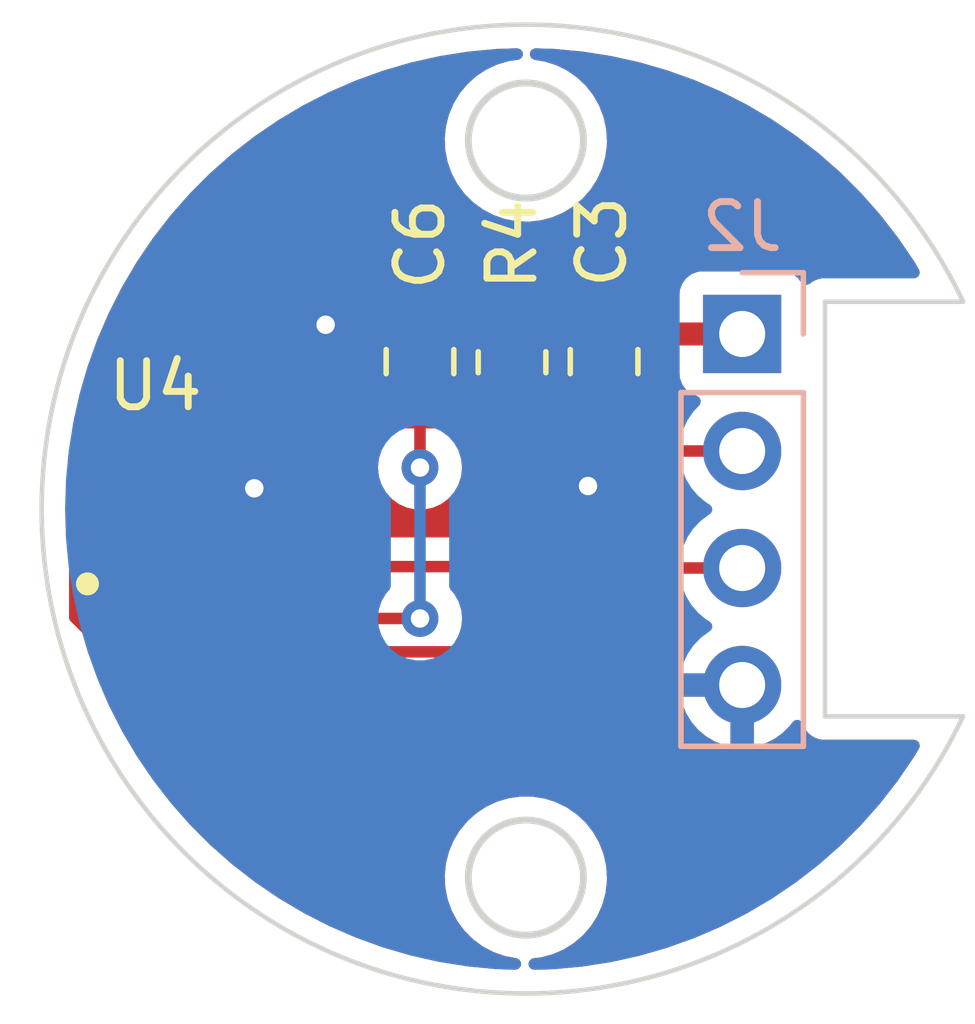
<source format=kicad_pcb>
(kicad_pcb (version 20211014) (generator pcbnew)
  (layers (0 "F.Cu" signal) (31 "B.Cu" signal) (34 "B.Paste" user) (35 "F.Paste" user) (36 "B.SilkS" user "B.Silkscreen") (37 "F.SilkS" user "F.Silkscreen") (38 "B.Mask" user) (39 "F.Mask" user) (44 "Edge.Cuts" user))
  (net 0 "")
  (net 1 "Net-(C6-Pad1)")
  (net 2 "GND")
  (net 3 "+3V3")
  (net 4 "/SDA")
  (net 5 "/SCL")
  (footprint "Resistor_SMD:R_0805_2012Metric" (layer "F.Cu") (at 140.2 82.8125 90)
    (fp_text reference "R4" (at 2.5625 0 90) (layer "F.SilkS"))
    (fp_text value "4.7R")
    (fp_line (start -0.227064 -0.735) (end 0.227064 -0.735) (layer "F.SilkS") (width 0.12))
    (fp_line (start -0.227064 0.735) (end 0.227064 0.735) (layer "F.SilkS") (width 0.12))
    (pad "1" smd roundrect locked (at -0.9125 0 90) (size 1.025 1.4) (layers "F.Cu" "F.Paste" "F.Mask") (roundrect_rratio 0.243902439) (net 1 "Net-(C6-Pad1)"))
    (pad "2" smd roundrect locked (at 0.9125 0 90) (size 1.025 1.4) (layers "F.Cu" "F.Paste" "F.Mask") (roundrect_rratio 0.243902439) (net 3 "+3V3"))
  )
  (footprint "hack-it-back:SON80P244X244X95-7N" (layer "F.Cu") (at 132.5 86 90)
    (fp_text reference "U4" (at 2.675 -0.05 180) (layer "F.SilkS"))
    (fp_text value "SGP40-D-R4" hide)
    (fp_circle (center -1.625 -1.525) (end -1.625 -1.4) (layer "F.SilkS") (width 0.25) (fill none))
    (pad "1" smd rect (at -1.25 -0.8 180) (size 0.45 0.75) (layers "F.Cu" "F.Paste" "F.Mask") (net 1 "Net-(C6-Pad1)"))
    (pad "2" smd rect (at -1.25 0 180) (size 0.45 0.75) (layers "F.Cu" "F.Paste" "F.Mask") (net 2 "GND"))
    (pad "3" smd rect (at -1.25 0.8 180) (size 0.45 0.75) (layers "F.Cu" "F.Paste" "F.Mask") (net 4 "/SDA"))
    (pad "4" smd rect (at 1.25 0.8 180) (size 0.45 0.75) (layers "F.Cu" "F.Paste" "F.Mask") (net 2 "GND"))
    (pad "5" smd rect (at 1.25 0 180) (size 0.45 0.75) (layers "F.Cu" "F.Paste" "F.Mask") (net 1 "Net-(C6-Pad1)"))
    (pad "6" smd rect (at 1.25 -0.8 180) (size 0.45 0.75) (layers "F.Cu" "F.Paste" "F.Mask") (net 5 "/SCL"))
    (pad "7" smd rect (at 0 0 90) (size 1.35 1.74) (layers "F.Cu" "F.Paste" "F.Mask") (net 2 "GND"))
  )
  (footprint "Capacitor_SMD:C_0805_2012Metric" (layer "F.Cu") (at 142.2 82.8 -90)
    (fp_text reference "C3" (at -2.6 0.05 90) (layer "F.SilkS"))
    (fp_text value "10uF")
    (fp_line (start -0.261252 -0.735) (end 0.261252 -0.735) (layer "F.SilkS") (width 0.12))
    (fp_line (start -0.261252 0.735) (end 0.261252 0.735) (layer "F.SilkS") (width 0.12))
    (pad "1" smd roundrect locked (at -0.95 0 270) (size 1 1.45) (layers "F.Cu" "F.Paste" "F.Mask") (net 3 "+3V3"))
    (pad "2" smd roundrect locked (at 0.95 0 270) (size 1 1.45) (layers "F.Cu" "F.Paste" "F.Mask") (net 2 "GND"))
  )
  (footprint "Capacitor_SMD:C_0805_2012Metric" (layer "F.Cu") (at 138.2 82.8 90)
    (fp_text reference "C6" (at 2.55 0 90) (layer "F.SilkS"))
    (fp_text value "1uF")
    (fp_line (start -0.261252 0.735) (end 0.261252 0.735) (layer "F.SilkS") (width 0.12))
    (fp_line (start -0.261252 -0.735) (end 0.261252 -0.735) (layer "F.SilkS") (width 0.12))
    (pad "1" smd roundrect locked (at -0.95 0 90) (size 1 1.45) (layers "F.Cu" "F.Paste" "F.Mask") (net 1 "Net-(C6-Pad1)"))
    (pad "2" smd roundrect locked (at 0.95 0 90) (size 1 1.45) (layers "F.Cu" "F.Paste" "F.Mask") (net 2 "GND"))
  )
  (footprint "Connector_PinHeader_2.54mm:PinHeader_1x04_P2.54mm_Vertical" (layer "B.Cu") (at 145.2 82.2 180)
    (fp_text reference "J2" (at 0 2.33) (layer "B.SilkS") (effects (justify mirror)))
    (fp_text value "I2C")
    (fp_line (start -1.33 1.33) (end 0 1.33) (layer "B.SilkS") (width 0.12))
    (fp_line (start -1.33 -8.95) (end 1.33 -8.95) (layer "B.SilkS") (width 0.12))
    (fp_line (start -1.33 -1.27) (end 1.33 -1.27) (layer "B.SilkS") (width 0.12))
    (fp_line (start -1.33 -1.27) (end -1.33 -8.95) (layer "B.SilkS") (width 0.12))
    (fp_line (start 1.33 -1.27) (end 1.33 -8.95) (layer "B.SilkS") (width 0.12))
    (fp_line (start -1.33 0) (end -1.33 1.33) (layer "B.SilkS") (width 0.12))
    (pad "1" thru_hole rect locked (at 0 0 180) (size 1.7 1.7) (drill 1) (layers *.Cu *.Mask) (net 3 "+3V3"))
    (pad "2" thru_hole oval locked (at 0 -2.54 180) (size 1.7 1.7) (drill 1) (layers *.Cu *.Mask) (net 4 "/SDA"))
    (pad "3" thru_hole oval locked (at 0 -5.08 180) (size 1.7 1.7) (drill 1) (layers *.Cu *.Mask) (net 5 "/SCL"))
    (pad "4" thru_hole oval locked (at 0 -7.62 180) (size 1.7 1.7) (drill 1) (layers *.Cu *.Mask) (net 2 "GND"))
  )
  (gr_circle (center 140.5 78) (end 141.75 78) (layer "Edge.Cuts") (width 0.15) (fill none))
  (gr_line (start 147 81.5) (end 150 81.5) (layer "Edge.Cuts") (width 0.1))
  (gr_line (start 147 81.5) (end 147 90.5) (layer "Edge.Cuts") (width 0.1))
  (gr_circle (center 140.5 94) (end 141.75 94) (layer "Edge.Cuts") (width 0.15) (fill none))
  (gr_line (start 147 90.5) (end 150 90.5) (layer "Edge.Cuts") (width 0.1))
  (gr_arc (start 150 90.5) (mid 129.980359 86) (end 150 81.5) (layer "Edge.Cuts") (width 0.1))
  (segment (start 131.7 87.95) (end 132.1 88.35) (width 0.25) (layer "F.Cu") (net 1))
  (segment (start 138.2 83.75) (end 140.175 83.75) (width 0.5) (layer "F.Cu") (net 1))
  (segment (start 132.5 84.75) (end 132.5 83.95) (width 0.25) (layer "F.Cu") (net 1))
  (segment (start 132.5 83.95) (end 132.7 83.75) (width 0.25) (layer "F.Cu") (net 1))
  (segment (start 132.7 83.75) (end 138.2 83.75) (width 0.25) (layer "F.Cu") (net 1))
  (segment (start 131.7 87.25) (end 131.7 87.95) (width 0.25) (layer "F.Cu") (net 1))
  (segment (start 140.175 83.75) (end 140.2 83.725) (width 0.5) (layer "F.Cu") (net 1))
  (segment (start 132.1255 88.3755) (end 138.2 88.3755) (width 0.25) (layer "F.Cu") (net 1))
  (segment (start 132.1 88.35) (end 132.1255 88.3755) (width 0.25) (layer "F.Cu") (net 1))
  (segment (start 138.2 85.1) (end 138.2 83.75) (width 0.25) (layer "F.Cu") (net 1))
  (via (at 138.2 85.1) (size 0.8) (drill 0.4) (layers "F.Cu" "B.Cu") (net 1))
  (via (at 138.2 88.3755) (size 0.8) (drill 0.4) (layers "F.Cu" "B.Cu") (net 1))
  (segment (start 138.2 88.3755) (end 138.2 85.1) (width 0.25) (layer "B.Cu") (net 1))
  (segment (start 136.3 81.85) (end 136.15 82) (width 0.25) (layer "F.Cu") (net 2))
  (segment (start 138.2 81.85) (end 136.3 81.85) (width 0.25) (layer "F.Cu") (net 2))
  (segment (start 142.2 85.15) (end 141.85 85.5) (width 0.25) (layer "F.Cu") (net 2))
  (segment (start 132.5 86) (end 134.15 86) (width 0.25) (layer "F.Cu") (net 2))
  (segment (start 133.3 85.2) (end 132.5 86) (width 0.25) (layer "F.Cu") (net 2))
  (segment (start 142.2 83.75) (end 142.2 85.15) (width 0.25) (layer "F.Cu") (net 2))
  (segment (start 133.3 84.75) (end 133.3 85.2) (width 0.25) (layer "F.Cu") (net 2))
  (segment (start 134.15 86) (end 134.6 85.55) (width 0.25) (layer "F.Cu") (net 2))
  (segment (start 132.5 87.25) (end 132.5 86) (width 0.25) (layer "F.Cu") (net 2))
  (via (at 141.85 85.5) (size 0.8) (drill 0.4) (layers "F.Cu" "B.Cu") (net 2))
  (via (at 136.15 82) (size 0.8) (drill 0.4) (layers "F.Cu" "B.Cu") (net 2))
  (via (at 134.6 85.55) (size 0.8) (drill 0.4) (layers "F.Cu" "B.Cu") (net 2))
  (segment (start 142.2 81.85) (end 140.25 81.85) (width 0.25) (layer "F.Cu") (net 3))
  (segment (start 140.25 81.85) (end 140.2 81.9) (width 0.25) (layer "F.Cu") (net 3))
  (segment (start 142.25 82.2) (end 145.2 82.2) (width 0.5) (layer "F.Cu") (net 3))
  (segment (start 143.76 84.74) (end 145.2 84.74) (width 0.25) (layer "F.Cu") (net 4))
  (segment (start 143.25 85.25) (end 143.76 84.74) (width 0.25) (layer "F.Cu") (net 4))
  (segment (start 133.3 87.25) (end 142.85 87.25) (width 0.25) (layer "F.Cu") (net 4))
  (segment (start 143.25 86.85) (end 143.25 85.25) (width 0.25) (layer "F.Cu") (net 4))
  (segment (start 142.85 87.25) (end 143.25 86.85) (width 0.25) (layer "F.Cu") (net 4))
  (segment (start 143.78 87.28) (end 145.2 87.28) (width 0.25) (layer "F.Cu") (net 5))
  (segment (start 131.15 84.75) (end 130.7 85.2) (width 0.25) (layer "F.Cu") (net 5))
  (segment (start 130.7 85.2) (end 130.7 88.35) (width 0.25) (layer "F.Cu") (net 5))
  (segment (start 143.5 88.6) (end 143.5 87.56) (width 0.25) (layer "F.Cu") (net 5))
  (segment (start 131.45 89.1) (end 143 89.1) (width 0.25) (layer "F.Cu") (net 5))
  (segment (start 131.7 84.75) (end 131.15 84.75) (width 0.25) (layer "F.Cu") (net 5))
  (segment (start 130.7 88.35) (end 131.45 89.1) (width 0.25) (layer "F.Cu") (net 5))
  (segment (start 143 89.1) (end 143.5 88.6) (width 0.25) (layer "F.Cu") (net 5))
  (segment (start 143.5 87.56) (end 143.78 87.28) (width 0.25) (layer "F.Cu") (net 5))
  (zone (net 2) (net_name "GND") (layers F&B.Cu) (connect_pads (clearance 0.508)) (min_thickness 0.254) (fill yes (thermal_gap 0.508) (thermal_bridge_width 0.508))
    (polygon (pts (xy 150.275 97.175) (xy 129.2 97.175) (xy 129.475 96.9) (xy 129.475 96.475) (xy 129.075 96.475) (xy 129.075 74.95) (xy 150.275 74.95)))
  )
)
</source>
